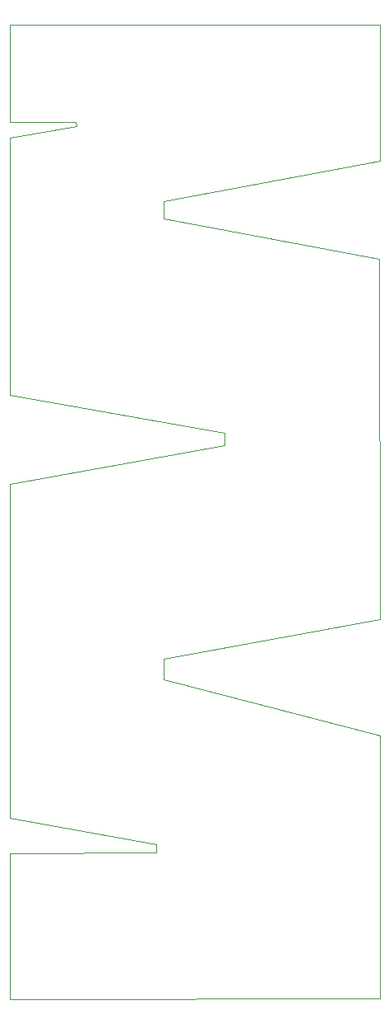
<source format=gbr>
%TF.GenerationSoftware,KiCad,Pcbnew,9.0.6*%
%TF.CreationDate,2025-12-26T03:05:53+01:00*%
%TF.ProjectId,secondary_mmc,7365636f-6e64-4617-9279-5f6d6d632e6b,rev?*%
%TF.SameCoordinates,Original*%
%TF.FileFunction,Profile,NP*%
%FSLAX46Y46*%
G04 Gerber Fmt 4.6, Leading zero omitted, Abs format (unit mm)*
G04 Created by KiCad (PCBNEW 9.0.6) date 2025-12-26 03:05:53*
%MOMM*%
%LPD*%
G01*
G04 APERTURE LIST*
%TA.AperFunction,Profile*%
%ADD10C,0.100000*%
%TD*%
G04 APERTURE END LIST*
D10*
X50000000Y-26009959D02*
X27777249Y-30109959D01*
X27780145Y-31900000D01*
X49987200Y-36017200D01*
X50000000Y-73009959D01*
X27787600Y-77104055D01*
X27787600Y-79257959D01*
X50000000Y-85009959D01*
X50000000Y-112009959D01*
X11923800Y-112060759D01*
X11923800Y-97060759D01*
X27000016Y-97022611D01*
X27000200Y-96123559D01*
X11923800Y-93431159D01*
X11938000Y-59182000D01*
X34061400Y-55153359D01*
X34061400Y-53897942D01*
X11923800Y-50000000D01*
X11923800Y-23609959D01*
X18765406Y-22403885D01*
X18750000Y-22009959D01*
X11923800Y-22009959D01*
X11923800Y-12009959D01*
X50000000Y-12009959D01*
X50000000Y-26009959D01*
M02*

</source>
